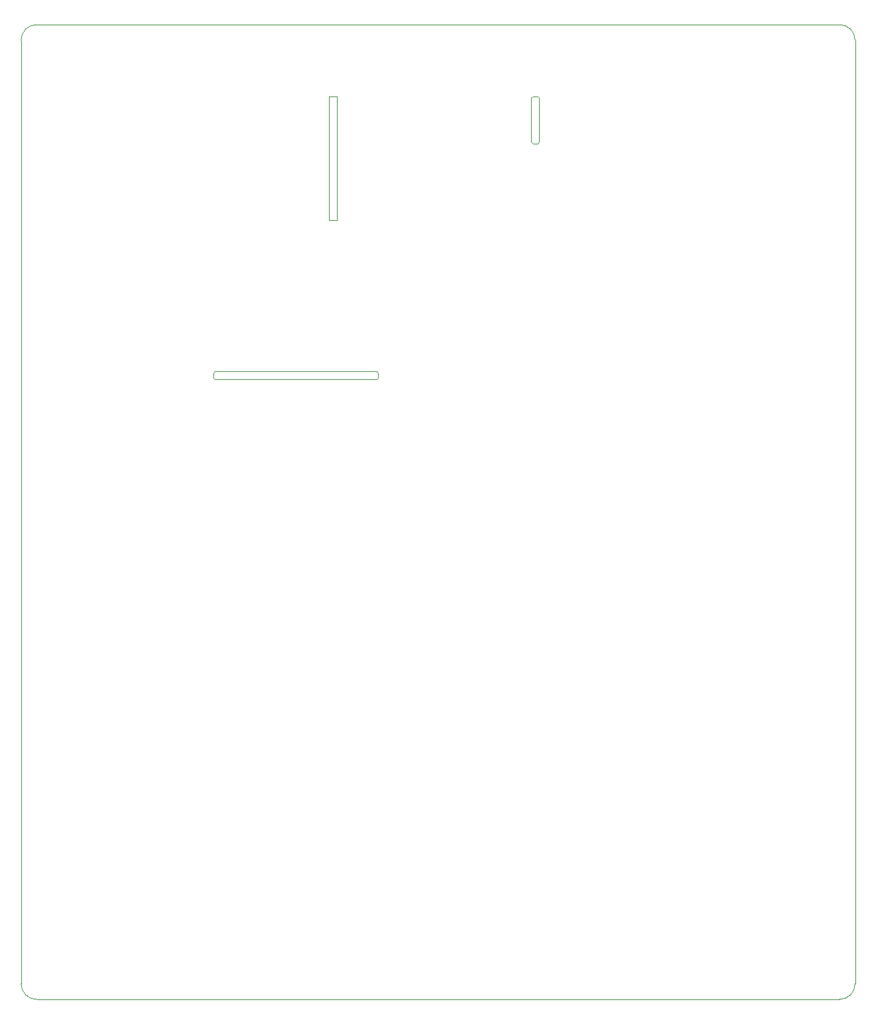
<source format=gm1>
%TF.GenerationSoftware,KiCad,Pcbnew,9.0.0*%
%TF.CreationDate,2025-03-24T10:31:21+08:00*%
%TF.ProjectId,IntelliChargingPile,496e7465-6c6c-4694-9368-617267696e67,rev?*%
%TF.SameCoordinates,Original*%
%TF.FileFunction,Profile,NP*%
%FSLAX46Y46*%
G04 Gerber Fmt 4.6, Leading zero omitted, Abs format (unit mm)*
G04 Created by KiCad (PCBNEW 9.0.0) date 2025-03-24 10:31:21*
%MOMM*%
%LPD*%
G01*
G04 APERTURE LIST*
%TA.AperFunction,Profile*%
%ADD10C,0.050000*%
%TD*%
G04 APERTURE END LIST*
D10*
X43500000Y-152400000D02*
G75*
G02*
X41500000Y-150400000I0J2000000D01*
G01*
X147750000Y-150400000D02*
G75*
G02*
X145750000Y-152400000I-2000000J0D01*
G01*
X41500000Y-30350000D02*
G75*
G02*
X43500000Y-28350000I2000000J0D01*
G01*
X145750000Y-28350000D02*
G75*
G02*
X147750000Y-30350000I0J-2000000D01*
G01*
X41500000Y-150400000D02*
X41500000Y-30350000D01*
X145750000Y-152400000D02*
X43500000Y-152400000D01*
X147750000Y-30350000D02*
X147750000Y-150400000D01*
X43500000Y-28350000D02*
X145750000Y-28350000D01*
X66200000Y-73500000D02*
X66000000Y-73300000D01*
X86800000Y-72500000D02*
X87000000Y-72700000D01*
X86800000Y-73500000D02*
X66200000Y-73500000D01*
X80750000Y-37500000D02*
X81750000Y-37500000D01*
X81750000Y-53250000D01*
X80750000Y-53250000D01*
X80750000Y-37500000D01*
X86800000Y-72500000D02*
X66200000Y-72500000D01*
X106700000Y-43500000D02*
X107300000Y-43500000D01*
X66200000Y-72500000D02*
X66000000Y-72700000D01*
X107500000Y-43300000D02*
X107500000Y-37700000D01*
X87000000Y-73300000D02*
X86800000Y-73500000D01*
X107500000Y-37700000D02*
X107300000Y-37500000D01*
X106500000Y-43300000D02*
X106500000Y-37700000D01*
X87000000Y-72700000D02*
X87000000Y-73300000D01*
X106500000Y-43300000D02*
X106700000Y-43500000D01*
X66000000Y-72700000D02*
X66000000Y-73300000D01*
X106700000Y-37500000D02*
X107300000Y-37500000D01*
X107300000Y-43500000D02*
X107500000Y-43300000D01*
X106500000Y-37700000D02*
X106700000Y-37500000D01*
M02*

</source>
